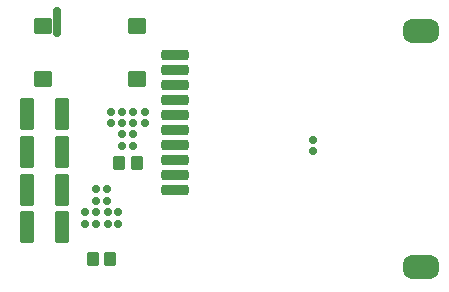
<source format=gbp>
%FSLAX44Y44*%
%MOMM*%
G71*
G01*
G75*
G04 Layer_Color=128*
G04:AMPARAMS|DCode=10|XSize=0.7mm|YSize=2.5mm|CornerRadius=0.175mm|HoleSize=0mm|Usage=FLASHONLY|Rotation=0.000|XOffset=0mm|YOffset=0mm|HoleType=Round|Shape=RoundedRectangle|*
%AMROUNDEDRECTD10*
21,1,0.7000,2.1500,0,0,0.0*
21,1,0.3500,2.5000,0,0,0.0*
1,1,0.3500,0.1750,-1.0750*
1,1,0.3500,-0.1750,-1.0750*
1,1,0.3500,-0.1750,1.0750*
1,1,0.3500,0.1750,1.0750*
%
%ADD10ROUNDEDRECTD10*%
G04:AMPARAMS|DCode=11|XSize=0.67mm|YSize=0.67mm|CornerRadius=0.1508mm|HoleSize=0mm|Usage=FLASHONLY|Rotation=90.000|XOffset=0mm|YOffset=0mm|HoleType=Round|Shape=RoundedRectangle|*
%AMROUNDEDRECTD11*
21,1,0.6700,0.3685,0,0,90.0*
21,1,0.3685,0.6700,0,0,90.0*
1,1,0.3015,0.1843,0.1843*
1,1,0.3015,0.1843,-0.1843*
1,1,0.3015,-0.1843,-0.1843*
1,1,0.3015,-0.1843,0.1843*
%
%ADD11ROUNDEDRECTD11*%
G04:AMPARAMS|DCode=12|XSize=0.67mm|YSize=0.67mm|CornerRadius=0.1508mm|HoleSize=0mm|Usage=FLASHONLY|Rotation=180.000|XOffset=0mm|YOffset=0mm|HoleType=Round|Shape=RoundedRectangle|*
%AMROUNDEDRECTD12*
21,1,0.6700,0.3685,0,0,180.0*
21,1,0.3685,0.6700,0,0,180.0*
1,1,0.3015,-0.1843,0.1843*
1,1,0.3015,0.1843,0.1843*
1,1,0.3015,0.1843,-0.1843*
1,1,0.3015,-0.1843,-0.1843*
%
%ADD12ROUNDEDRECTD12*%
G04:AMPARAMS|DCode=13|XSize=0.62mm|YSize=0.62mm|CornerRadius=0.1488mm|HoleSize=0mm|Usage=FLASHONLY|Rotation=270.000|XOffset=0mm|YOffset=0mm|HoleType=Round|Shape=RoundedRectangle|*
%AMROUNDEDRECTD13*
21,1,0.6200,0.3224,0,0,270.0*
21,1,0.3224,0.6200,0,0,270.0*
1,1,0.2976,-0.1612,-0.1612*
1,1,0.2976,-0.1612,0.1612*
1,1,0.2976,0.1612,0.1612*
1,1,0.2976,0.1612,-0.1612*
%
%ADD13ROUNDEDRECTD13*%
%ADD14R,1.4000X0.4000*%
%ADD15R,1.9000X1.8000*%
G04:AMPARAMS|DCode=16|XSize=2.35mm|YSize=1.15mm|CornerRadius=0.3852mm|HoleSize=0mm|Usage=FLASHONLY|Rotation=180.000|XOffset=0mm|YOffset=0mm|HoleType=Round|Shape=RoundedRectangle|*
%AMROUNDEDRECTD16*
21,1,2.3500,0.3795,0,0,180.0*
21,1,1.5795,1.1500,0,0,180.0*
1,1,0.7705,-0.7897,0.1898*
1,1,0.7705,0.7897,0.1898*
1,1,0.7705,0.7897,-0.1898*
1,1,0.7705,-0.7897,-0.1898*
%
%ADD16ROUNDEDRECTD16*%
G04:AMPARAMS|DCode=17|XSize=1.3mm|YSize=1mm|CornerRadius=0.25mm|HoleSize=0mm|Usage=FLASHONLY|Rotation=180.000|XOffset=0mm|YOffset=0mm|HoleType=Round|Shape=RoundedRectangle|*
%AMROUNDEDRECTD17*
21,1,1.3000,0.5000,0,0,180.0*
21,1,0.8000,1.0000,0,0,180.0*
1,1,0.5000,-0.4000,0.2500*
1,1,0.5000,0.4000,0.2500*
1,1,0.5000,0.4000,-0.2500*
1,1,0.5000,-0.4000,-0.2500*
%
%ADD17ROUNDEDRECTD17*%
G04:AMPARAMS|DCode=18|XSize=2.5mm|YSize=1.15mm|CornerRadius=0.3852mm|HoleSize=0mm|Usage=FLASHONLY|Rotation=180.000|XOffset=0mm|YOffset=0mm|HoleType=Round|Shape=RoundedRectangle|*
%AMROUNDEDRECTD18*
21,1,2.5000,0.3795,0,0,180.0*
21,1,1.7295,1.1500,0,0,180.0*
1,1,0.7705,-0.8648,0.1898*
1,1,0.7705,0.8648,0.1898*
1,1,0.7705,0.8648,-0.1898*
1,1,0.7705,-0.8648,-0.1898*
%
%ADD18ROUNDEDRECTD18*%
G04:AMPARAMS|DCode=19|XSize=1.1mm|YSize=0.6mm|CornerRadius=0.201mm|HoleSize=0mm|Usage=FLASHONLY|Rotation=270.000|XOffset=0mm|YOffset=0mm|HoleType=Round|Shape=RoundedRectangle|*
%AMROUNDEDRECTD19*
21,1,1.1000,0.1980,0,0,270.0*
21,1,0.6980,0.6000,0,0,270.0*
1,1,0.4020,-0.0990,-0.3490*
1,1,0.4020,-0.0990,0.3490*
1,1,0.4020,0.0990,0.3490*
1,1,0.4020,0.0990,-0.3490*
%
%ADD19ROUNDEDRECTD19*%
G04:AMPARAMS|DCode=20|XSize=0.62mm|YSize=0.62mm|CornerRadius=0.1488mm|HoleSize=0mm|Usage=FLASHONLY|Rotation=180.000|XOffset=0mm|YOffset=0mm|HoleType=Round|Shape=RoundedRectangle|*
%AMROUNDEDRECTD20*
21,1,0.6200,0.3224,0,0,180.0*
21,1,0.3224,0.6200,0,0,180.0*
1,1,0.2976,-0.1612,0.1612*
1,1,0.2976,0.1612,0.1612*
1,1,0.2976,0.1612,-0.1612*
1,1,0.2976,-0.1612,-0.1612*
%
%ADD20ROUNDEDRECTD20*%
G04:AMPARAMS|DCode=21|XSize=1mm|YSize=2mm|CornerRadius=0.25mm|HoleSize=0mm|Usage=FLASHONLY|Rotation=0.000|XOffset=0mm|YOffset=0mm|HoleType=Round|Shape=RoundedRectangle|*
%AMROUNDEDRECTD21*
21,1,1.0000,1.5000,0,0,0.0*
21,1,0.5000,2.0000,0,0,0.0*
1,1,0.5000,0.2500,-0.7500*
1,1,0.5000,-0.2500,-0.7500*
1,1,0.5000,-0.2500,0.7500*
1,1,0.5000,0.2500,0.7500*
%
%ADD21ROUNDEDRECTD21*%
G04:AMPARAMS|DCode=22|XSize=0.7mm|YSize=1mm|CornerRadius=0.175mm|HoleSize=0mm|Usage=FLASHONLY|Rotation=180.000|XOffset=0mm|YOffset=0mm|HoleType=Round|Shape=RoundedRectangle|*
%AMROUNDEDRECTD22*
21,1,0.7000,0.6500,0,0,180.0*
21,1,0.3500,1.0000,0,0,180.0*
1,1,0.3500,-0.1750,0.3250*
1,1,0.3500,0.1750,0.3250*
1,1,0.3500,0.1750,-0.3250*
1,1,0.3500,-0.1750,-0.3250*
%
%ADD22ROUNDEDRECTD22*%
G04:AMPARAMS|DCode=23|XSize=0.8mm|YSize=1mm|CornerRadius=0.2mm|HoleSize=0mm|Usage=FLASHONLY|Rotation=180.000|XOffset=0mm|YOffset=0mm|HoleType=Round|Shape=RoundedRectangle|*
%AMROUNDEDRECTD23*
21,1,0.8000,0.6000,0,0,180.0*
21,1,0.4000,1.0000,0,0,180.0*
1,1,0.4000,-0.2000,0.3000*
1,1,0.4000,0.2000,0.3000*
1,1,0.4000,0.2000,-0.3000*
1,1,0.4000,-0.2000,-0.3000*
%
%ADD23ROUNDEDRECTD23*%
%ADD24O,0.7000X2.5000*%
%ADD25O,2.5000X0.7000*%
G04:AMPARAMS|DCode=26|XSize=1.2mm|YSize=1.2mm|CornerRadius=0.198mm|HoleSize=0mm|Usage=FLASHONLY|Rotation=180.000|XOffset=0mm|YOffset=0mm|HoleType=Round|Shape=RoundedRectangle|*
%AMROUNDEDRECTD26*
21,1,1.2000,0.8040,0,0,180.0*
21,1,0.8040,1.2000,0,0,180.0*
1,1,0.3960,-0.4020,0.4020*
1,1,0.3960,0.4020,0.4020*
1,1,0.3960,0.4020,-0.4020*
1,1,0.3960,-0.4020,-0.4020*
%
%ADD26ROUNDEDRECTD26*%
G04:AMPARAMS|DCode=27|XSize=1.6mm|YSize=2mm|CornerRadius=0.248mm|HoleSize=0mm|Usage=FLASHONLY|Rotation=90.000|XOffset=0mm|YOffset=0mm|HoleType=Round|Shape=RoundedRectangle|*
%AMROUNDEDRECTD27*
21,1,1.6000,1.5040,0,0,90.0*
21,1,1.1040,2.0000,0,0,90.0*
1,1,0.4960,0.7520,0.5520*
1,1,0.4960,0.7520,-0.5520*
1,1,0.4960,-0.7520,-0.5520*
1,1,0.4960,-0.7520,0.5520*
%
%ADD27ROUNDEDRECTD27*%
%ADD28O,0.3000X0.9000*%
%ADD29O,0.9000X0.3000*%
%ADD30R,2.4000X2.4000*%
%ADD31C,0.5000*%
%ADD32C,0.3000*%
%ADD33C,0.2000*%
%ADD34C,0.4000*%
%ADD35C,0.7000*%
%ADD36C,0.3500*%
%ADD37C,0.6000*%
%ADD38C,0.2500*%
%ADD39C,0.7000*%
G04:AMPARAMS|DCode=40|XSize=1.15mm|YSize=2.1mm|CornerRadius=0.2875mm|HoleSize=0mm|Usage=FLASHONLY|Rotation=90.000|XOffset=0mm|YOffset=0mm|HoleType=Round|Shape=RoundedRectangle|*
%AMROUNDEDRECTD40*
21,1,1.1500,1.5250,0,0,90.0*
21,1,0.5750,2.1000,0,0,90.0*
1,1,0.5750,0.7625,0.2875*
1,1,0.5750,0.7625,-0.2875*
1,1,0.5750,-0.7625,-0.2875*
1,1,0.5750,-0.7625,0.2875*
%
%ADD40ROUNDEDRECTD40*%
%ADD41C,1.8500*%
%ADD42C,0.9000*%
%ADD43C,1.3000*%
%ADD44R,1.3000X1.3000*%
G04:AMPARAMS|DCode=45|XSize=0.7mm|YSize=0.7mm|CornerRadius=0.175mm|HoleSize=0mm|Usage=FLASHONLY|Rotation=270.000|XOffset=0mm|YOffset=0mm|HoleType=Round|Shape=RoundedRectangle|*
%AMROUNDEDRECTD45*
21,1,0.7000,0.3500,0,0,270.0*
21,1,0.3500,0.7000,0,0,270.0*
1,1,0.3500,-0.1750,-0.1750*
1,1,0.3500,-0.1750,0.1750*
1,1,0.3500,0.1750,0.1750*
1,1,0.3500,0.1750,-0.1750*
%
%ADD45ROUNDEDRECTD45*%
G04:AMPARAMS|DCode=46|XSize=1.3mm|YSize=1.3mm|CornerRadius=0.1625mm|HoleSize=0mm|Usage=FLASHONLY|Rotation=180.000|XOffset=0mm|YOffset=0mm|HoleType=Round|Shape=RoundedRectangle|*
%AMROUNDEDRECTD46*
21,1,1.3000,0.9750,0,0,180.0*
21,1,0.9750,1.3000,0,0,180.0*
1,1,0.3250,-0.4875,0.4875*
1,1,0.3250,0.4875,0.4875*
1,1,0.3250,0.4875,-0.4875*
1,1,0.3250,-0.4875,-0.4875*
%
%ADD46ROUNDEDRECTD46*%
%ADD47C,0.8000*%
G04:AMPARAMS|DCode=48|XSize=1mm|YSize=1.2mm|CornerRadius=0.165mm|HoleSize=0mm|Usage=FLASHONLY|Rotation=180.000|XOffset=0mm|YOffset=0mm|HoleType=Round|Shape=RoundedRectangle|*
%AMROUNDEDRECTD48*
21,1,1.0000,0.8700,0,0,180.0*
21,1,0.6700,1.2000,0,0,180.0*
1,1,0.3300,-0.3350,0.4350*
1,1,0.3300,0.3350,0.4350*
1,1,0.3300,0.3350,-0.4350*
1,1,0.3300,-0.3350,-0.4350*
%
%ADD48ROUNDEDRECTD48*%
G04:AMPARAMS|DCode=49|XSize=1.6mm|YSize=1.3mm|CornerRadius=0.2015mm|HoleSize=0mm|Usage=FLASHONLY|Rotation=180.000|XOffset=0mm|YOffset=0mm|HoleType=Round|Shape=RoundedRectangle|*
%AMROUNDEDRECTD49*
21,1,1.6000,0.8970,0,0,180.0*
21,1,1.1970,1.3000,0,0,180.0*
1,1,0.4030,-0.5985,0.4485*
1,1,0.4030,0.5985,0.4485*
1,1,0.4030,0.5985,-0.4485*
1,1,0.4030,-0.5985,-0.4485*
%
%ADD49ROUNDEDRECTD49*%
G04:AMPARAMS|DCode=50|XSize=3mm|YSize=2mm|CornerRadius=0.67mm|HoleSize=0mm|Usage=FLASHONLY|Rotation=180.000|XOffset=0mm|YOffset=0mm|HoleType=Round|Shape=RoundedRectangle|*
%AMROUNDEDRECTD50*
21,1,3.0000,0.6600,0,0,180.0*
21,1,1.6600,2.0000,0,0,180.0*
1,1,1.3400,-0.8300,0.3300*
1,1,1.3400,0.8300,0.3300*
1,1,1.3400,0.8300,-0.3300*
1,1,1.3400,-0.8300,-0.3300*
%
%ADD50ROUNDEDRECTD50*%
G04:AMPARAMS|DCode=51|XSize=2.3mm|YSize=0.9mm|CornerRadius=0.225mm|HoleSize=0mm|Usage=FLASHONLY|Rotation=180.000|XOffset=0mm|YOffset=0mm|HoleType=Round|Shape=RoundedRectangle|*
%AMROUNDEDRECTD51*
21,1,2.3000,0.4500,0,0,180.0*
21,1,1.8500,0.9000,0,0,180.0*
1,1,0.4500,-0.9250,0.2250*
1,1,0.4500,0.9250,0.2250*
1,1,0.4500,0.9250,-0.2250*
1,1,0.4500,-0.9250,-0.2250*
%
%ADD51ROUNDEDRECTD51*%
G04:AMPARAMS|DCode=52|XSize=2.7mm|YSize=1.2mm|CornerRadius=0.21mm|HoleSize=0mm|Usage=FLASHONLY|Rotation=270.000|XOffset=0mm|YOffset=0mm|HoleType=Round|Shape=RoundedRectangle|*
%AMROUNDEDRECTD52*
21,1,2.7000,0.7800,0,0,270.0*
21,1,2.2800,1.2000,0,0,270.0*
1,1,0.4200,-0.3900,-1.1400*
1,1,0.4200,-0.3900,1.1400*
1,1,0.4200,0.3900,1.1400*
1,1,0.4200,0.3900,-1.1400*
%
%ADD52ROUNDEDRECTD52*%
%ADD53C,0.2540*%
%ADD54C,0.1000*%
G04:AMPARAMS|DCode=55|XSize=0.77mm|YSize=0.77mm|CornerRadius=0.2008mm|HoleSize=0mm|Usage=FLASHONLY|Rotation=90.000|XOffset=0mm|YOffset=0mm|HoleType=Round|Shape=RoundedRectangle|*
%AMROUNDEDRECTD55*
21,1,0.7700,0.3685,0,0,90.0*
21,1,0.3685,0.7700,0,0,90.0*
1,1,0.4015,0.1843,0.1843*
1,1,0.4015,0.1843,-0.1843*
1,1,0.4015,-0.1843,-0.1843*
1,1,0.4015,-0.1843,0.1843*
%
%ADD55ROUNDEDRECTD55*%
G04:AMPARAMS|DCode=56|XSize=0.77mm|YSize=0.77mm|CornerRadius=0.2008mm|HoleSize=0mm|Usage=FLASHONLY|Rotation=180.000|XOffset=0mm|YOffset=0mm|HoleType=Round|Shape=RoundedRectangle|*
%AMROUNDEDRECTD56*
21,1,0.7700,0.3685,0,0,180.0*
21,1,0.3685,0.7700,0,0,180.0*
1,1,0.4015,-0.1843,0.1843*
1,1,0.4015,0.1843,0.1843*
1,1,0.4015,0.1843,-0.1843*
1,1,0.4015,-0.1843,-0.1843*
%
%ADD56ROUNDEDRECTD56*%
G04:AMPARAMS|DCode=57|XSize=0.77mm|YSize=0.77mm|CornerRadius=0.2238mm|HoleSize=0mm|Usage=FLASHONLY|Rotation=270.000|XOffset=0mm|YOffset=0mm|HoleType=Round|Shape=RoundedRectangle|*
%AMROUNDEDRECTD57*
21,1,0.7700,0.3224,0,0,270.0*
21,1,0.3224,0.7700,0,0,270.0*
1,1,0.4476,-0.1612,-0.1612*
1,1,0.4476,-0.1612,0.1612*
1,1,0.4476,0.1612,0.1612*
1,1,0.4476,0.1612,-0.1612*
%
%ADD57ROUNDEDRECTD57*%
%ADD58R,1.6032X0.6032*%
%ADD59R,2.1032X2.0032*%
G04:AMPARAMS|DCode=60|XSize=2.45mm|YSize=1.25mm|CornerRadius=0.4353mm|HoleSize=0mm|Usage=FLASHONLY|Rotation=180.000|XOffset=0mm|YOffset=0mm|HoleType=Round|Shape=RoundedRectangle|*
%AMROUNDEDRECTD60*
21,1,2.4500,0.3795,0,0,180.0*
21,1,1.5795,1.2500,0,0,180.0*
1,1,0.8705,-0.7897,0.1898*
1,1,0.8705,0.7897,0.1898*
1,1,0.8705,0.7897,-0.1898*
1,1,0.8705,-0.7897,-0.1898*
%
%ADD60ROUNDEDRECTD60*%
G04:AMPARAMS|DCode=61|XSize=1.4mm|YSize=1.1mm|CornerRadius=0.3mm|HoleSize=0mm|Usage=FLASHONLY|Rotation=180.000|XOffset=0mm|YOffset=0mm|HoleType=Round|Shape=RoundedRectangle|*
%AMROUNDEDRECTD61*
21,1,1.4000,0.5000,0,0,180.0*
21,1,0.8000,1.1000,0,0,180.0*
1,1,0.6000,-0.4000,0.2500*
1,1,0.6000,0.4000,0.2500*
1,1,0.6000,0.4000,-0.2500*
1,1,0.6000,-0.4000,-0.2500*
%
%ADD61ROUNDEDRECTD61*%
G04:AMPARAMS|DCode=62|XSize=2.6mm|YSize=1.25mm|CornerRadius=0.4353mm|HoleSize=0mm|Usage=FLASHONLY|Rotation=180.000|XOffset=0mm|YOffset=0mm|HoleType=Round|Shape=RoundedRectangle|*
%AMROUNDEDRECTD62*
21,1,2.6000,0.3795,0,0,180.0*
21,1,1.7295,1.2500,0,0,180.0*
1,1,0.8705,-0.8648,0.1898*
1,1,0.8705,0.8648,0.1898*
1,1,0.8705,0.8648,-0.1898*
1,1,0.8705,-0.8648,-0.1898*
%
%ADD62ROUNDEDRECTD62*%
G04:AMPARAMS|DCode=63|XSize=1.25mm|YSize=0.75mm|CornerRadius=0.276mm|HoleSize=0mm|Usage=FLASHONLY|Rotation=270.000|XOffset=0mm|YOffset=0mm|HoleType=Round|Shape=RoundedRectangle|*
%AMROUNDEDRECTD63*
21,1,1.2500,0.1980,0,0,270.0*
21,1,0.6980,0.7500,0,0,270.0*
1,1,0.5520,-0.0990,-0.3490*
1,1,0.5520,-0.0990,0.3490*
1,1,0.5520,0.0990,0.3490*
1,1,0.5520,0.0990,-0.3490*
%
%ADD63ROUNDEDRECTD63*%
G04:AMPARAMS|DCode=64|XSize=0.77mm|YSize=0.77mm|CornerRadius=0.2238mm|HoleSize=0mm|Usage=FLASHONLY|Rotation=180.000|XOffset=0mm|YOffset=0mm|HoleType=Round|Shape=RoundedRectangle|*
%AMROUNDEDRECTD64*
21,1,0.7700,0.3224,0,0,180.0*
21,1,0.3224,0.7700,0,0,180.0*
1,1,0.4476,-0.1612,0.1612*
1,1,0.4476,0.1612,0.1612*
1,1,0.4476,0.1612,-0.1612*
1,1,0.4476,-0.1612,-0.1612*
%
%ADD64ROUNDEDRECTD64*%
G04:AMPARAMS|DCode=65|XSize=1.2032mm|YSize=2.2032mm|CornerRadius=0.3516mm|HoleSize=0mm|Usage=FLASHONLY|Rotation=0.000|XOffset=0mm|YOffset=0mm|HoleType=Round|Shape=RoundedRectangle|*
%AMROUNDEDRECTD65*
21,1,1.2032,1.5000,0,0,0.0*
21,1,0.5000,2.2032,0,0,0.0*
1,1,0.7032,0.2500,-0.7500*
1,1,0.7032,-0.2500,-0.7500*
1,1,0.7032,-0.2500,0.7500*
1,1,0.7032,0.2500,0.7500*
%
%ADD65ROUNDEDRECTD65*%
G04:AMPARAMS|DCode=66|XSize=0.9032mm|YSize=1.2032mm|CornerRadius=0.2766mm|HoleSize=0mm|Usage=FLASHONLY|Rotation=180.000|XOffset=0mm|YOffset=0mm|HoleType=Round|Shape=RoundedRectangle|*
%AMROUNDEDRECTD66*
21,1,0.9032,0.6500,0,0,180.0*
21,1,0.3500,1.2032,0,0,180.0*
1,1,0.5532,-0.1750,0.3250*
1,1,0.5532,0.1750,0.3250*
1,1,0.5532,0.1750,-0.3250*
1,1,0.5532,-0.1750,-0.3250*
%
%ADD66ROUNDEDRECTD66*%
G04:AMPARAMS|DCode=67|XSize=1.0032mm|YSize=1.2032mm|CornerRadius=0.3016mm|HoleSize=0mm|Usage=FLASHONLY|Rotation=180.000|XOffset=0mm|YOffset=0mm|HoleType=Round|Shape=RoundedRectangle|*
%AMROUNDEDRECTD67*
21,1,1.0032,0.6000,0,0,180.0*
21,1,0.4000,1.2032,0,0,180.0*
1,1,0.6032,-0.2000,0.3000*
1,1,0.6032,0.2000,0.3000*
1,1,0.6032,0.2000,-0.3000*
1,1,0.6032,-0.2000,-0.3000*
%
%ADD67ROUNDEDRECTD67*%
%ADD68O,0.8500X2.6500*%
%ADD69O,2.6500X0.8500*%
G04:AMPARAMS|DCode=70|XSize=1.35mm|YSize=1.35mm|CornerRadius=0.273mm|HoleSize=0mm|Usage=FLASHONLY|Rotation=180.000|XOffset=0mm|YOffset=0mm|HoleType=Round|Shape=RoundedRectangle|*
%AMROUNDEDRECTD70*
21,1,1.3500,0.8040,0,0,180.0*
21,1,0.8040,1.3500,0,0,180.0*
1,1,0.5460,-0.4020,0.4020*
1,1,0.5460,0.4020,0.4020*
1,1,0.5460,0.4020,-0.4020*
1,1,0.5460,-0.4020,-0.4020*
%
%ADD70ROUNDEDRECTD70*%
G04:AMPARAMS|DCode=71|XSize=1.75mm|YSize=2.15mm|CornerRadius=0.323mm|HoleSize=0mm|Usage=FLASHONLY|Rotation=90.000|XOffset=0mm|YOffset=0mm|HoleType=Round|Shape=RoundedRectangle|*
%AMROUNDEDRECTD71*
21,1,1.7500,1.5040,0,0,90.0*
21,1,1.1040,2.1500,0,0,90.0*
1,1,0.6460,0.7520,0.5520*
1,1,0.6460,0.7520,-0.5520*
1,1,0.6460,-0.7520,-0.5520*
1,1,0.6460,-0.7520,0.5520*
%
%ADD71ROUNDEDRECTD71*%
%ADD72O,0.4000X1.0000*%
%ADD73O,1.0000X0.4000*%
%ADD74R,2.5000X2.5000*%
%ADD75C,0.9032*%
G04:AMPARAMS|DCode=76|XSize=1.25mm|YSize=2.2mm|CornerRadius=0.3375mm|HoleSize=0mm|Usage=FLASHONLY|Rotation=90.000|XOffset=0mm|YOffset=0mm|HoleType=Round|Shape=RoundedRectangle|*
%AMROUNDEDRECTD76*
21,1,1.2500,1.5250,0,0,90.0*
21,1,0.5750,2.2000,0,0,90.0*
1,1,0.6750,0.7625,0.2875*
1,1,0.6750,0.7625,-0.2875*
1,1,0.6750,-0.7625,-0.2875*
1,1,0.6750,-0.7625,0.2875*
%
%ADD76ROUNDEDRECTD76*%
%ADD77C,2.0000*%
%ADD78C,1.1032*%
%ADD79C,1.5032*%
%ADD80R,1.5032X1.5032*%
G04:AMPARAMS|DCode=81|XSize=0.8mm|YSize=0.8mm|CornerRadius=0.225mm|HoleSize=0mm|Usage=FLASHONLY|Rotation=270.000|XOffset=0mm|YOffset=0mm|HoleType=Round|Shape=RoundedRectangle|*
%AMROUNDEDRECTD81*
21,1,0.8000,0.3500,0,0,270.0*
21,1,0.3500,0.8000,0,0,270.0*
1,1,0.4500,-0.1750,-0.1750*
1,1,0.4500,-0.1750,0.1750*
1,1,0.4500,0.1750,0.1750*
1,1,0.4500,0.1750,-0.1750*
%
%ADD81ROUNDEDRECTD81*%
%ADD82C,1.4500*%
G04:AMPARAMS|DCode=83|XSize=1.45mm|YSize=1.45mm|CornerRadius=0.2375mm|HoleSize=0mm|Usage=FLASHONLY|Rotation=180.000|XOffset=0mm|YOffset=0mm|HoleType=Round|Shape=RoundedRectangle|*
%AMROUNDEDRECTD83*
21,1,1.4500,0.9750,0,0,180.0*
21,1,0.9750,1.4500,0,0,180.0*
1,1,0.4750,-0.4875,0.4875*
1,1,0.4750,0.4875,0.4875*
1,1,0.4750,0.4875,-0.4875*
1,1,0.4750,-0.4875,-0.4875*
%
%ADD83ROUNDEDRECTD83*%
G04:AMPARAMS|DCode=84|XSize=1.15mm|YSize=1.35mm|CornerRadius=0.24mm|HoleSize=0mm|Usage=FLASHONLY|Rotation=180.000|XOffset=0mm|YOffset=0mm|HoleType=Round|Shape=RoundedRectangle|*
%AMROUNDEDRECTD84*
21,1,1.1500,0.8700,0,0,180.0*
21,1,0.6700,1.3500,0,0,180.0*
1,1,0.4800,-0.3350,0.4350*
1,1,0.4800,0.3350,0.4350*
1,1,0.4800,0.3350,-0.4350*
1,1,0.4800,-0.3350,-0.4350*
%
%ADD84ROUNDEDRECTD84*%
G04:AMPARAMS|DCode=85|XSize=1.75mm|YSize=1.45mm|CornerRadius=0.2765mm|HoleSize=0mm|Usage=FLASHONLY|Rotation=180.000|XOffset=0mm|YOffset=0mm|HoleType=Round|Shape=RoundedRectangle|*
%AMROUNDEDRECTD85*
21,1,1.7500,0.8970,0,0,180.0*
21,1,1.1970,1.4500,0,0,180.0*
1,1,0.5530,-0.5985,0.4485*
1,1,0.5530,0.5985,0.4485*
1,1,0.5530,0.5985,-0.4485*
1,1,0.5530,-0.5985,-0.4485*
%
%ADD85ROUNDEDRECTD85*%
G04:AMPARAMS|DCode=86|XSize=3.1mm|YSize=2.1mm|CornerRadius=0.72mm|HoleSize=0mm|Usage=FLASHONLY|Rotation=180.000|XOffset=0mm|YOffset=0mm|HoleType=Round|Shape=RoundedRectangle|*
%AMROUNDEDRECTD86*
21,1,3.1000,0.6600,0,0,180.0*
21,1,1.6600,2.1000,0,0,180.0*
1,1,1.4400,-0.8300,0.3300*
1,1,1.4400,0.8300,0.3300*
1,1,1.4400,0.8300,-0.3300*
1,1,1.4400,-0.8300,-0.3300*
%
%ADD86ROUNDEDRECTD86*%
G04:AMPARAMS|DCode=87|XSize=2.4mm|YSize=1mm|CornerRadius=0.275mm|HoleSize=0mm|Usage=FLASHONLY|Rotation=180.000|XOffset=0mm|YOffset=0mm|HoleType=Round|Shape=RoundedRectangle|*
%AMROUNDEDRECTD87*
21,1,2.4000,0.4500,0,0,180.0*
21,1,1.8500,1.0000,0,0,180.0*
1,1,0.5500,-0.9250,0.2250*
1,1,0.5500,0.9250,0.2250*
1,1,0.5500,0.9250,-0.2250*
1,1,0.5500,-0.9250,-0.2250*
%
%ADD87ROUNDEDRECTD87*%
G04:AMPARAMS|DCode=88|XSize=2.85mm|YSize=1.35mm|CornerRadius=0.285mm|HoleSize=0mm|Usage=FLASHONLY|Rotation=270.000|XOffset=0mm|YOffset=0mm|HoleType=Round|Shape=RoundedRectangle|*
%AMROUNDEDRECTD88*
21,1,2.8500,0.7800,0,0,270.0*
21,1,2.2800,1.3500,0,0,270.0*
1,1,0.5700,-0.3900,-1.1400*
1,1,0.5700,-0.3900,1.1400*
1,1,0.5700,0.3900,1.1400*
1,1,0.5700,0.3900,-1.1400*
%
%ADD88ROUNDEDRECTD88*%
D10*
X37750Y219750D02*
D03*
D13*
X101750Y114498D02*
D03*
X92750D02*
D03*
X101750Y124748D02*
D03*
X92750D02*
D03*
X89250Y48750D02*
D03*
X80250D02*
D03*
X89250Y58749D02*
D03*
X80250D02*
D03*
X79500Y68500D02*
D03*
X70500D02*
D03*
X79500Y78500D02*
D03*
X70500D02*
D03*
X70250Y48750D02*
D03*
X61250D02*
D03*
X70250Y58749D02*
D03*
X61250D02*
D03*
D20*
X254250Y120000D02*
D03*
Y111000D02*
D03*
X111500Y143500D02*
D03*
Y134500D02*
D03*
X101750Y143500D02*
D03*
Y134500D02*
D03*
X92750D02*
D03*
Y143500D02*
D03*
X82750Y134500D02*
D03*
Y143500D02*
D03*
D48*
X104750Y100499D02*
D03*
X89750D02*
D03*
X82500Y19000D02*
D03*
X67500D02*
D03*
D49*
X25500Y216750D02*
D03*
X105500D02*
D03*
X25500Y171750D02*
D03*
X105500D02*
D03*
D50*
X345400Y12500D02*
D03*
Y212000D02*
D03*
D51*
X137000Y115500D02*
D03*
Y128200D02*
D03*
Y102800D02*
D03*
Y77400D02*
D03*
Y153600D02*
D03*
Y90100D02*
D03*
Y140900D02*
D03*
Y166300D02*
D03*
Y179000D02*
D03*
Y191700D02*
D03*
D52*
X12250Y46000D02*
D03*
X41250D02*
D03*
X12250Y78000D02*
D03*
X41250D02*
D03*
X12250Y110000D02*
D03*
X41250D02*
D03*
X12250Y142000D02*
D03*
X41250D02*
D03*
M02*

</source>
